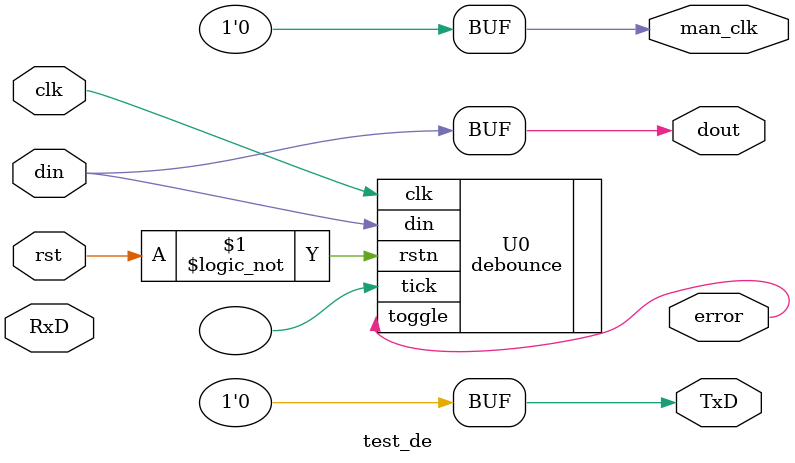
<source format=v>
`timescale 1ns / 1ps


module test_de(
    input clk,           // ½Ã½ºÅÛ Å¬·°
    input rst,           // ¸®¼Â ½ÅÈ£
    input din,
    input RxD,           // UART ¼ö½Å ½ÅÈ£
    output TxD,           // UART ¼Û½Å ½ÅÈ£
    output man_clk,
    output error,
    output dout
    );
assign dout = din;
assign man_clk = 1'b0;
assign TxD = 1'b0;
debounce    U0 (
 .clk(clk),
 .rstn(!rst),
 .din(din),
 .tick(),
 .toggle(error));
endmodule

</source>
